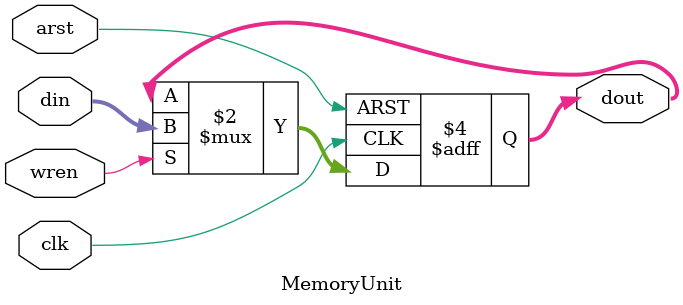
<source format=v>
/*--  *******************************************************
--  Computer Architecture Course, Laboratory Sources 
--  Amirkabir University of Technology (Tehran Polytechnic)
--  Department of Computer Engineering (CE-AUT)
--  https://ce[dot]aut[dot]ac[dot]ir
--  *******************************************************
--  All Rights reserved (C) 2019-2020
--  *******************************************************
--  Student ID  : 
--  Student Name: 
--  Student Mail: 
--  *******************************************************
--  Additional Comments:
--
--*/

/*-----------------------------------------------------------
---  Module Name: Memory Unit
---  Description: Module6:
-----------------------------------------------------------*/
`timescale 1 ns/1 ns

module MemoryUnit (arst,clk,wren,din,dout);
	input         arst ; // async  reset
	input         clk  ; // clock  posedge
	input         wren ; // write  enabledata
	input  [34:0] din  ; // input  data
	output [34:0] dout ;  // output data
	reg [34:0]dout;

	
    
	/* write your code here */
	//rising edge

	always @(posedge clk or posedge arst)
		begin
			if(arst)
			
				 dout<=0;
		
	
			else 
			begin
			if(wren) 
				 dout <= din;
			end
		end
	/* write your code here */

endmodule

</source>
